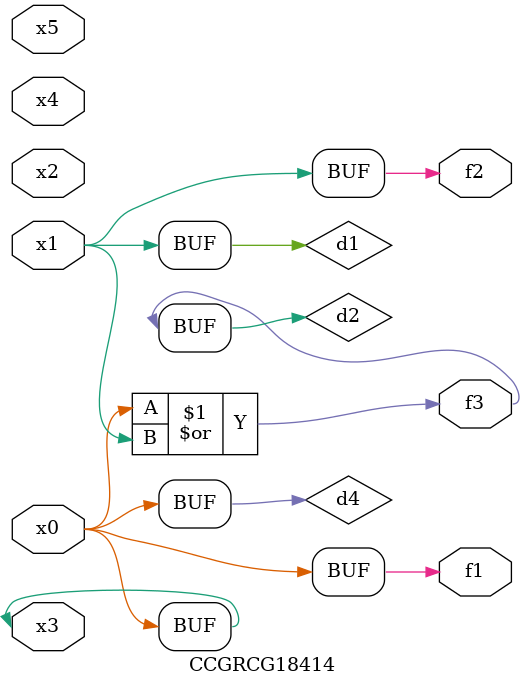
<source format=v>
module CCGRCG18414(
	input x0, x1, x2, x3, x4, x5,
	output f1, f2, f3
);

	wire d1, d2, d3, d4;

	and (d1, x1);
	or (d2, x0, x1);
	nand (d3, x0, x5);
	buf (d4, x0, x3);
	assign f1 = d4;
	assign f2 = d1;
	assign f3 = d2;
endmodule

</source>
